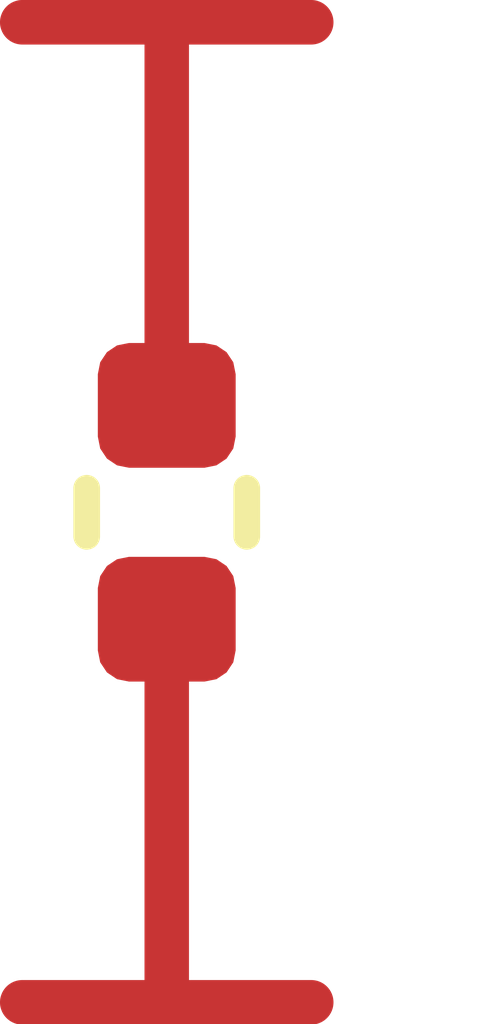
<source format=kicad_pcb>
(kicad_pcb (version 20241229) (generator "pcbnew") (generator_version "9.0")
  (layers (0 "F.Cu" signal) (2 "B.Cu" signal) (13 "F.Paste" user) (15 "B.Paste" user) (5 "F.SilkS" user "F.Silkscreen") (7 "B.SilkS" user "B.Silkscreen") (1 "F.Mask" user) (3 "B.Mask" user) (25 "Edge.Cuts" user))
  (net 0 "")
  (net 1 "GND")
  (net 2 "VDD")
  (footprint "Capacitor_SMD:C_0402_1005Metric" (layer "F.Cu") (at 0.55 2.2 90)
    (property "Reference" "C" (hide yes))
    (property "Value" "")
    (fp_line (start -0.107836 -0.36) (end 0.107836 -0.36) (stroke (width 0.12)) (layer "F.SilkS"))
    (fp_line (start -0.107836 0.36) (end 0.107836 0.36) (stroke (width 0.12)) (layer "F.SilkS"))
    (pad "1" smd roundrect (at -0.48 0 90) (size 0.56 0.62) (layers "F.Cu" "F.Mask" "F.Paste") (net 1 "GND"))
    (pad "2" smd roundrect (at 0.48 0 90) (size 0.56 0.62) (layers "F.Cu" "F.Mask" "F.Paste") (net 2 "VDD"))
  )
  (segment (start 0.55 2.68) (end 0.55 4.35) (width 0.2) (layer "F.Cu") (net 1))
  (segment (start -0.1 4.4) (end 1.2 4.4) (width 0.2) (layer "F.Cu") (net 1))
  (segment (start 0.55 4.35) (end 0.6 4.4) (width 0.2) (layer "F.Cu") (net 1))
  (segment (start 0.55 1.72) (end 0.55 0.05) (width 0.2) (layer "F.Cu") (net 2))
  (segment (start -0.1 0) (end 1.2 0) (width 0.2) (layer "F.Cu") (net 2))
  (segment (start 0.55 0.05) (end 0.5 0) (width 0.2) (layer "F.Cu") (net 2))
)
</source>
